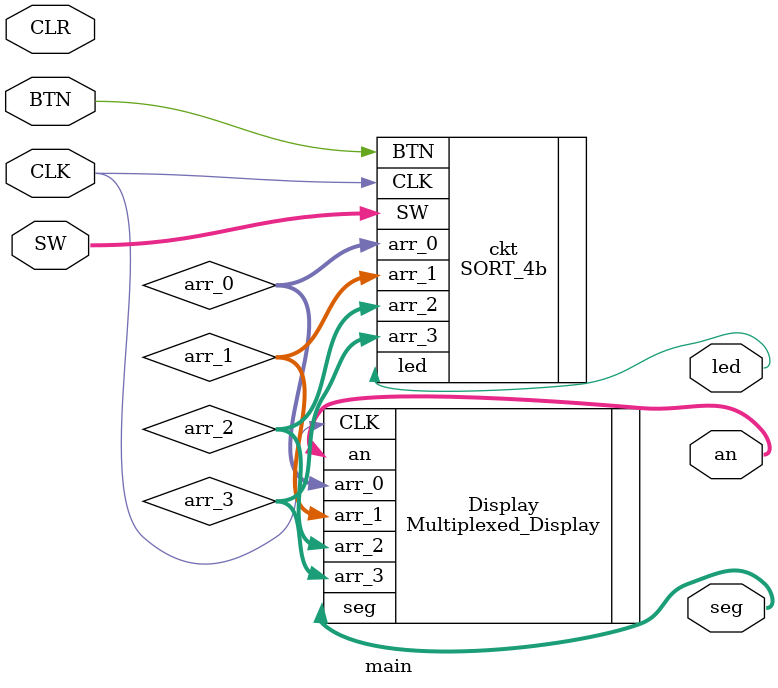
<source format=v>
`include "Multiplexed_Display.v"
`include "./SORT_4b.v"

`timescale 1ns / 1ps



module main(input BTN,input CLK,input CLR,input [15:0]SW, output [7:0] seg, output [3:0] an, output led);

wire [3:0] arr_0, arr_1, arr_2, arr_3;

SORT_4b ckt(
  .BTN(BTN), 
  .SW(SW), 
  .CLK(CLK), 
  .led(led), 
  .arr_0(arr_0), 
  .arr_1(arr_1), 
  .arr_2(arr_2), 
  .arr_3(arr_3)); 

//faster clock than reg
  Multiplexed_Display Display(
    .CLK(CLK), 
    .arr_0(arr_0), 
    .arr_1(arr_1), 
    .arr_2(arr_2), 
    .arr_3(arr_3), 
    .an(an), 
    .seg(seg));


endmodule

</source>
